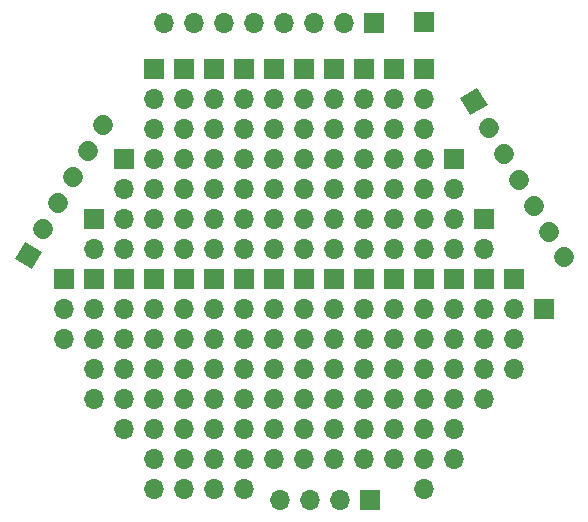
<source format=gbr>
G04 #@! TF.FileFunction,Copper,L1,Top,Signal*
%FSLAX46Y46*%
G04 Gerber Fmt 4.6, Leading zero omitted, Abs format (unit mm)*
G04 Created by KiCad (PCBNEW 4.0.7-e2-6376~58~ubuntu14.04.1) date Sat Apr 21 17:00:56 2018*
%MOMM*%
%LPD*%
G01*
G04 APERTURE LIST*
%ADD10C,0.100000*%
%ADD11R,1.700000X1.700000*%
%ADD12O,1.700000X1.700000*%
%ADD13C,1.700000*%
G04 APERTURE END LIST*
D10*
D11*
X196480000Y-85000000D03*
D12*
X193940000Y-85000000D03*
X191400000Y-85000000D03*
X188860000Y-85000000D03*
X186320000Y-85000000D03*
X183780000Y-85000000D03*
X181240000Y-85000000D03*
X178700000Y-85000000D03*
D11*
X196140000Y-125340000D03*
D12*
X193600000Y-125340000D03*
X191060000Y-125340000D03*
X188520000Y-125340000D03*
D10*
G36*
X168331122Y-104347696D02*
X167481122Y-105819940D01*
X166008878Y-104969940D01*
X166858878Y-103497696D01*
X168331122Y-104347696D01*
X168331122Y-104347696D01*
G37*
D13*
X168440000Y-102459113D02*
X168440000Y-102459113D01*
X169710000Y-100259409D02*
X169710000Y-100259409D01*
X170980000Y-98059704D02*
X170980000Y-98059704D01*
X172250000Y-95860000D02*
X172250000Y-95860000D01*
X173520000Y-93660295D02*
X173520000Y-93660295D01*
D10*
G36*
X204578878Y-92811417D02*
X203728878Y-91339173D01*
X205201122Y-90489173D01*
X206051122Y-91961417D01*
X204578878Y-92811417D01*
X204578878Y-92811417D01*
G37*
D13*
X206160000Y-93850000D02*
X206160000Y-93850000D01*
X207430000Y-96049704D02*
X207430000Y-96049704D01*
X208700000Y-98249409D02*
X208700000Y-98249409D01*
X209970000Y-100449113D02*
X209970000Y-100449113D01*
X211240000Y-102648818D02*
X211240000Y-102648818D01*
X212510000Y-104848522D02*
X212510000Y-104848522D01*
D11*
X210820000Y-109220000D03*
X200660000Y-84930000D03*
X175260000Y-96520000D03*
D12*
X175260000Y-99060000D03*
X175260000Y-101600000D03*
X175260000Y-104140000D03*
D11*
X208280000Y-106680000D03*
D12*
X208280000Y-109220000D03*
X208280000Y-111760000D03*
X208280000Y-114300000D03*
D11*
X190500000Y-88900000D03*
D12*
X190500000Y-91440000D03*
X190500000Y-93980000D03*
X190500000Y-96520000D03*
X190500000Y-99060000D03*
X190500000Y-101600000D03*
X190500000Y-104140000D03*
D11*
X193040000Y-88900000D03*
D12*
X193040000Y-91440000D03*
X193040000Y-93980000D03*
X193040000Y-96520000D03*
X193040000Y-99060000D03*
X193040000Y-101600000D03*
X193040000Y-104140000D03*
D11*
X195580000Y-88900000D03*
D12*
X195580000Y-91440000D03*
X195580000Y-93980000D03*
X195580000Y-96520000D03*
X195580000Y-99060000D03*
X195580000Y-101600000D03*
X195580000Y-104140000D03*
D11*
X198120000Y-88900000D03*
D12*
X198120000Y-91440000D03*
X198120000Y-93980000D03*
X198120000Y-96520000D03*
X198120000Y-99060000D03*
X198120000Y-101600000D03*
X198120000Y-104140000D03*
D11*
X200660000Y-88900000D03*
D12*
X200660000Y-91440000D03*
X200660000Y-93980000D03*
X200660000Y-96520000D03*
X200660000Y-99060000D03*
X200660000Y-101600000D03*
X200660000Y-104140000D03*
D11*
X187960000Y-88900000D03*
D12*
X187960000Y-91440000D03*
X187960000Y-93980000D03*
X187960000Y-96520000D03*
X187960000Y-99060000D03*
X187960000Y-101600000D03*
X187960000Y-104140000D03*
D11*
X198120000Y-106680000D03*
D12*
X198120000Y-109220000D03*
X198120000Y-111760000D03*
X198120000Y-114300000D03*
X198120000Y-116840000D03*
X198120000Y-119380000D03*
X198120000Y-121920000D03*
D11*
X195580000Y-106680000D03*
D12*
X195580000Y-109220000D03*
X195580000Y-111760000D03*
X195580000Y-114300000D03*
X195580000Y-116840000D03*
X195580000Y-119380000D03*
X195580000Y-121920000D03*
D11*
X177800000Y-88900000D03*
D12*
X177800000Y-91440000D03*
X177800000Y-93980000D03*
X177800000Y-96520000D03*
X177800000Y-99060000D03*
X177800000Y-101600000D03*
X177800000Y-104140000D03*
D11*
X180340000Y-88900000D03*
D12*
X180340000Y-91440000D03*
X180340000Y-93980000D03*
X180340000Y-96520000D03*
X180340000Y-99060000D03*
X180340000Y-101600000D03*
X180340000Y-104140000D03*
D11*
X182880000Y-88900000D03*
D12*
X182880000Y-91440000D03*
X182880000Y-93980000D03*
X182880000Y-96520000D03*
X182880000Y-99060000D03*
X182880000Y-101600000D03*
X182880000Y-104140000D03*
D11*
X185420000Y-88900000D03*
D12*
X185420000Y-91440000D03*
X185420000Y-93980000D03*
X185420000Y-96520000D03*
X185420000Y-99060000D03*
X185420000Y-101600000D03*
X185420000Y-104140000D03*
D11*
X187960000Y-106680000D03*
D12*
X187960000Y-109220000D03*
X187960000Y-111760000D03*
X187960000Y-114300000D03*
X187960000Y-116840000D03*
X187960000Y-119380000D03*
X187960000Y-121920000D03*
D11*
X190500000Y-106680000D03*
D12*
X190500000Y-109220000D03*
X190500000Y-111760000D03*
X190500000Y-114300000D03*
X190500000Y-116840000D03*
X190500000Y-119380000D03*
X190500000Y-121920000D03*
D11*
X193040000Y-106680000D03*
D12*
X193040000Y-109220000D03*
X193040000Y-111760000D03*
X193040000Y-114300000D03*
X193040000Y-116840000D03*
X193040000Y-119380000D03*
X193040000Y-121920000D03*
D11*
X205740000Y-101600000D03*
D12*
X205740000Y-104140000D03*
D11*
X172720000Y-101600000D03*
D12*
X172720000Y-104140000D03*
D11*
X175260000Y-106680000D03*
D12*
X175260000Y-109220000D03*
X175260000Y-111760000D03*
X175260000Y-114300000D03*
X175260000Y-116840000D03*
X175260000Y-119380000D03*
D11*
X170180000Y-106680000D03*
D12*
X170180000Y-109220000D03*
X170180000Y-111760000D03*
D11*
X185420000Y-106680000D03*
D12*
X185420000Y-109220000D03*
X185420000Y-111760000D03*
X185420000Y-114300000D03*
X185420000Y-116840000D03*
X185420000Y-119380000D03*
X185420000Y-121920000D03*
X185420000Y-124460000D03*
D11*
X182880000Y-106680000D03*
D12*
X182880000Y-109220000D03*
X182880000Y-111760000D03*
X182880000Y-114300000D03*
X182880000Y-116840000D03*
X182880000Y-119380000D03*
X182880000Y-121920000D03*
X182880000Y-124460000D03*
D11*
X180340000Y-106680000D03*
D12*
X180340000Y-109220000D03*
X180340000Y-111760000D03*
X180340000Y-114300000D03*
X180340000Y-116840000D03*
X180340000Y-119380000D03*
X180340000Y-121920000D03*
X180340000Y-124460000D03*
D11*
X177800000Y-106680000D03*
D12*
X177800000Y-109220000D03*
X177800000Y-111760000D03*
X177800000Y-114300000D03*
X177800000Y-116840000D03*
X177800000Y-119380000D03*
X177800000Y-121920000D03*
X177800000Y-124460000D03*
D11*
X205740000Y-106680000D03*
D12*
X205740000Y-109220000D03*
X205740000Y-111760000D03*
X205740000Y-114300000D03*
X205740000Y-116840000D03*
D11*
X172720000Y-106680000D03*
D12*
X172720000Y-109220000D03*
X172720000Y-111760000D03*
X172720000Y-114300000D03*
X172720000Y-116840000D03*
D11*
X203200000Y-106680000D03*
D12*
X203200000Y-109220000D03*
X203200000Y-111760000D03*
X203200000Y-114300000D03*
X203200000Y-116840000D03*
X203200000Y-119380000D03*
X203200000Y-121920000D03*
D11*
X200660000Y-106680000D03*
D12*
X200660000Y-109220000D03*
X200660000Y-111760000D03*
X200660000Y-114300000D03*
X200660000Y-116840000D03*
X200660000Y-119380000D03*
X200660000Y-121920000D03*
X200660000Y-124460000D03*
D11*
X203200000Y-96520000D03*
D12*
X203200000Y-99060000D03*
X203200000Y-101600000D03*
X203200000Y-104140000D03*
M02*

</source>
